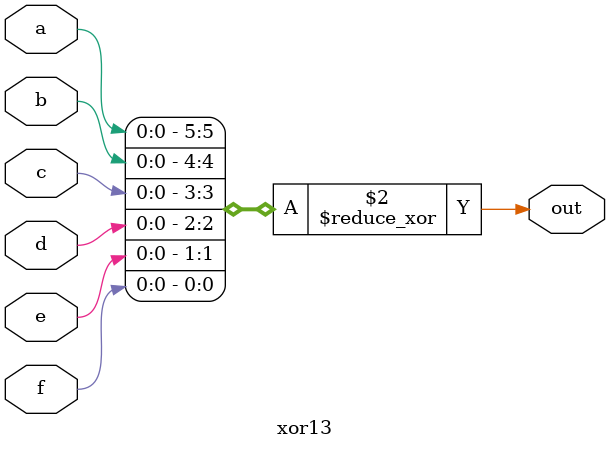
<source format=v>
module xor13 (
  input a,
  input b,
  input c,
  input d,
  input e,
  input f,
  output reg out
);

    always @(*) begin
        out = (^{a,b,c,d,e,f}); // XNOR using built-in operator
    end
    
    
endmodule

</source>
